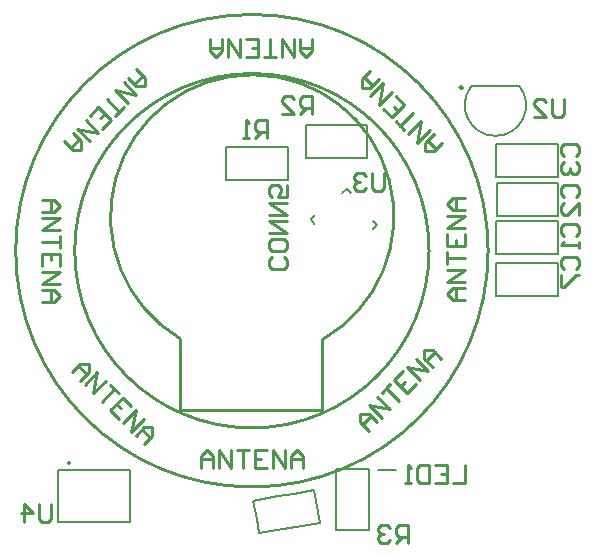
<source format=gbr>
G04 Layer_Color=32896*
%FSLAX44Y44*%
%MOMM*%
%TF.FileFunction,Legend,Bot*%
%TF.Part,Single*%
G01*
G75*
%ADD18C,0.2540*%
%ADD37C,0.2500*%
%ADD38C,0.2000*%
%ADD39C,0.1270*%
%ADD40C,0.2032*%
%ADD61C,0.1600*%
D18*
X321407Y175237D02*
G03*
X200286Y175898I-59995J103926D01*
G01*
X411150Y250190D02*
G03*
X411150Y250190I-150000J0D01*
G01*
X461150D02*
G03*
X461150Y250190I-200000J0D01*
G01*
X200660Y115260D02*
Y175260D01*
Y115260D02*
X320660D01*
Y175260D01*
X360210Y97790D02*
X353028Y104972D01*
Y112154D01*
X360210Y112154D01*
X367392Y104972D01*
X362006Y110358D01*
X354824Y103176D01*
X370983Y108563D02*
X360210Y119336D01*
X378165Y115745D01*
X367392Y126517D01*
X370983Y130108D02*
X378165Y137290D01*
X374574Y133699D01*
X385347Y122927D01*
X388937Y148063D02*
X381756Y140881D01*
X392528Y130108D01*
X399710Y137290D01*
X387142Y135495D02*
X390733Y139086D01*
X403301Y140881D02*
X392528Y151654D01*
X410483Y148063D01*
X399710Y158836D01*
X414074Y151654D02*
X406892Y158836D01*
Y166018D01*
X414074D01*
X421256Y158836D01*
X415870Y164222D01*
X408688Y157041D01*
X525780Y378455D02*
Y365759D01*
X523241Y363220D01*
X518162D01*
X515623Y365759D01*
Y378455D01*
X500388Y363220D02*
X510545D01*
X500388Y373377D01*
Y375916D01*
X502927Y378455D01*
X508006D01*
X510545Y375916D01*
X288286Y245107D02*
X290825Y242568D01*
Y237489D01*
X288286Y234950D01*
X278129D01*
X275590Y237489D01*
Y242568D01*
X278129Y245107D01*
X290825Y257803D02*
Y252724D01*
X288286Y250185D01*
X278129D01*
X275590Y252724D01*
Y257803D01*
X278129Y260342D01*
X288286D01*
X290825Y257803D01*
X275590Y265420D02*
X290825D01*
X275590Y275577D01*
X290825D01*
X275590Y280655D02*
X290825D01*
X275590Y290812D01*
X290825D01*
Y306047D02*
Y295890D01*
X283207D01*
X285747Y300969D01*
Y303508D01*
X283207Y306047D01*
X278129D01*
X275590Y303508D01*
Y298430D01*
X278129Y295890D01*
X525784Y234953D02*
X523245Y237493D01*
Y242571D01*
X525784Y245110D01*
X535941D01*
X538480Y242571D01*
Y237493D01*
X535941Y234953D01*
X523245Y229875D02*
Y219718D01*
X525784D01*
X535941Y229875D01*
X538480D01*
X393700Y2540D02*
Y17775D01*
X386082D01*
X383543Y15236D01*
Y10158D01*
X386082Y7618D01*
X393700D01*
X388622D02*
X383543Y2540D01*
X378465Y15236D02*
X375926Y17775D01*
X370847D01*
X368308Y15236D01*
Y12697D01*
X370847Y10158D01*
X373387D01*
X370847D01*
X368308Y7618D01*
Y5079D01*
X370847Y2540D01*
X375926D01*
X378465Y5079D01*
X441960Y68575D02*
Y53340D01*
X431803D01*
X416568Y68575D02*
X426725D01*
Y53340D01*
X416568D01*
X426725Y60957D02*
X421647D01*
X411490Y68575D02*
Y53340D01*
X403872D01*
X401333Y55879D01*
Y66036D01*
X403872Y68575D01*
X411490D01*
X396255Y53340D02*
X391176D01*
X393716D01*
Y68575D01*
X396255Y66036D01*
X525784Y262893D02*
X523245Y265432D01*
Y270511D01*
X525784Y273050D01*
X535941D01*
X538480Y270511D01*
Y265432D01*
X535941Y262893D01*
X538480Y257815D02*
Y252737D01*
Y255276D01*
X523245D01*
X525784Y257815D01*
Y295913D02*
X523245Y298452D01*
Y303531D01*
X525784Y306070D01*
X535941D01*
X538480Y303531D01*
Y298452D01*
X535941Y295913D01*
X538480Y280678D02*
Y290835D01*
X528323Y280678D01*
X525784D01*
X523245Y283217D01*
Y288296D01*
X525784Y290835D01*
Y330203D02*
X523245Y332743D01*
Y337821D01*
X525784Y340360D01*
X535941D01*
X538480Y337821D01*
Y332743D01*
X535941Y330203D01*
X525784Y325125D02*
X523245Y322586D01*
Y317507D01*
X525784Y314968D01*
X528323D01*
X530863Y317507D01*
Y320047D01*
Y317507D01*
X533402Y314968D01*
X535941D01*
X538480Y317507D01*
Y322586D01*
X535941Y325125D01*
X274320Y345440D02*
Y360675D01*
X266702D01*
X264163Y358136D01*
Y353058D01*
X266702Y350518D01*
X274320D01*
X269242D02*
X264163Y345440D01*
X259085D02*
X254007D01*
X256546D01*
Y360675D01*
X259085Y358136D01*
X312420Y365760D02*
Y380995D01*
X304802D01*
X302263Y378456D01*
Y373377D01*
X304802Y370838D01*
X312420D01*
X307342D02*
X302263Y365760D01*
X287028D02*
X297185D01*
X287028Y375917D01*
Y378456D01*
X289567Y380995D01*
X294646D01*
X297185Y378456D01*
X373380Y316225D02*
Y303529D01*
X370841Y300990D01*
X365762D01*
X363223Y303529D01*
Y316225D01*
X358145Y313686D02*
X355606Y316225D01*
X350527D01*
X347988Y313686D01*
Y311147D01*
X350527Y308608D01*
X353067D01*
X350527D01*
X347988Y306068D01*
Y303529D01*
X350527Y300990D01*
X355606D01*
X358145Y303529D01*
X91440Y35555D02*
Y22859D01*
X88901Y20320D01*
X83822D01*
X81283Y22859D01*
Y35555D01*
X68587Y20320D02*
Y35555D01*
X76205Y27938D01*
X66048D01*
X422440Y341630D02*
X415258Y334448D01*
X408076D01*
X408076Y341630D01*
X415258Y348812D01*
X409872Y343425D01*
X417054Y336244D01*
X411667Y352403D02*
X400894Y341630D01*
X404485Y359585D01*
X393713Y348812D01*
X390121Y352403D02*
X382940Y359585D01*
X386531Y355994D01*
X397303Y366767D01*
X372167Y370358D02*
X379349Y363176D01*
X390121Y373949D01*
X382940Y381130D01*
X384735Y368562D02*
X381144Y372153D01*
X379349Y384721D02*
X368576Y373949D01*
X372167Y391903D01*
X361394Y381130D01*
X368576Y395494D02*
X361394Y388312D01*
X354212D01*
Y395494D01*
X361394Y402676D01*
X356008Y397290D01*
X363190Y390108D01*
X108750Y147320D02*
X115932Y154502D01*
X123114D01*
X123114Y147320D01*
X115932Y140138D01*
X121318Y145525D01*
X114136Y152706D01*
X119523Y136547D02*
X130296Y147320D01*
X126705Y129365D01*
X137478Y140138D01*
X141068Y136547D02*
X148250Y129365D01*
X144659Y132956D01*
X133887Y122183D01*
X159023Y118593D02*
X151841Y125774D01*
X141068Y115001D01*
X148250Y107820D01*
X146455Y120388D02*
X150046Y116797D01*
X151841Y104229D02*
X162614Y115001D01*
X159023Y97047D01*
X169796Y107820D01*
X162614Y93456D02*
X169796Y100638D01*
X176978D01*
Y93456D01*
X169796Y86274D01*
X175182Y91660D01*
X168001Y98842D01*
X163360Y403860D02*
X170542Y396678D01*
Y389496D01*
X163360Y389496D01*
X156178Y396678D01*
X161565Y391292D01*
X168746Y398474D01*
X152587Y393087D02*
X163360Y382314D01*
X145405Y385905D01*
X156178Y375132D01*
X152587Y371541D02*
X145405Y364360D01*
X148996Y367951D01*
X138223Y378723D01*
X134633Y353587D02*
X141814Y360769D01*
X131041Y371541D01*
X123860Y364360D01*
X136428Y366155D02*
X132837Y362564D01*
X120269Y360769D02*
X131041Y349996D01*
X113087Y353587D01*
X123860Y342814D01*
X109496Y349996D02*
X116678Y342814D01*
Y335632D01*
X109496D01*
X102314Y342814D01*
X107700Y337428D01*
X114882Y344609D01*
X83350Y293370D02*
X93507D01*
X98585Y288292D01*
X93507Y283213D01*
X83350D01*
X90968D01*
Y293370D01*
X83350Y278135D02*
X98585D01*
X83350Y267978D01*
X98585D01*
Y262900D02*
Y252743D01*
Y257822D01*
X83350D01*
X98585Y237508D02*
Y247665D01*
X83350D01*
Y237508D01*
X90968Y247665D02*
Y242586D01*
X83350Y232430D02*
X98585D01*
X83350Y222273D01*
X98585D01*
X83350Y217195D02*
X93507D01*
X98585Y212116D01*
X93507Y207038D01*
X83350D01*
X90968D01*
Y217195D01*
X441490Y208280D02*
X431333D01*
X426255Y213358D01*
X431333Y218437D01*
X441490D01*
X433872D01*
Y208280D01*
X441490Y223515D02*
X426255D01*
X441490Y233672D01*
X426255D01*
Y238750D02*
Y248907D01*
Y243829D01*
X441490D01*
X426255Y264142D02*
Y253985D01*
X441490D01*
Y264142D01*
X433872Y253985D02*
Y259064D01*
X441490Y269220D02*
X426255D01*
X441490Y279377D01*
X426255D01*
X441490Y284455D02*
X431333D01*
X426255Y289534D01*
X431333Y294612D01*
X441490D01*
X433872D01*
Y284455D01*
X217970Y66040D02*
Y76197D01*
X223048Y81275D01*
X228127Y76197D01*
Y66040D01*
Y73657D01*
X217970D01*
X233205Y66040D02*
Y81275D01*
X243362Y66040D01*
Y81275D01*
X248440D02*
X258597D01*
X253519D01*
Y66040D01*
X273832Y81275D02*
X263675D01*
Y66040D01*
X273832D01*
X263675Y73657D02*
X268754D01*
X278910Y66040D02*
Y81275D01*
X289067Y66040D01*
Y81275D01*
X294145Y66040D02*
Y76197D01*
X299224Y81275D01*
X304302Y76197D01*
Y66040D01*
Y73657D01*
X294145D01*
X311950Y429260D02*
Y419103D01*
X306872Y414025D01*
X301793Y419103D01*
Y429260D01*
Y421642D01*
X311950D01*
X296715Y429260D02*
Y414025D01*
X286558Y429260D01*
Y414025D01*
X281480D02*
X271323D01*
X276402D01*
Y429260D01*
X256088Y414025D02*
X266245D01*
Y429260D01*
X256088D01*
X266245Y421642D02*
X261166D01*
X251010Y429260D02*
Y414025D01*
X240853Y429260D01*
Y414025D01*
X235775Y429260D02*
Y419103D01*
X230696Y414025D01*
X225618Y419103D01*
Y429260D01*
Y421642D01*
X235775D01*
D37*
X439610Y388180D02*
G03*
X439610Y388180I-1250J0D01*
G01*
D38*
X446872Y389387D02*
G03*
X487848Y389387I20488J-16007D01*
G01*
X107438Y70452D02*
G03*
X107438Y70452I-1000J0D01*
G01*
X446872Y389380D02*
X487849D01*
X262324Y38482D02*
X265102Y22725D01*
X283005Y42129D02*
X296792Y44560D01*
X313534Y47512D02*
X318396Y19937D01*
X267186Y10908D02*
X318396Y19937D01*
X265102Y22725D02*
X267186Y10908D01*
X262324Y38482D02*
X283005Y42129D01*
X300731Y45255D02*
X313534Y47512D01*
X296792Y44560D02*
X300731Y45255D01*
X360240Y26370D02*
Y30370D01*
Y13370D02*
Y26370D01*
Y44370D02*
Y65370D01*
X332240D02*
X344240D01*
X332240Y13370D02*
Y65370D01*
Y13370D02*
X360240D01*
Y30370D02*
Y44370D01*
X344240Y65370D02*
X360240D01*
X319740Y328900D02*
X323740D01*
X306740D02*
X319740D01*
X337740D02*
X358740D01*
Y344900D02*
Y356900D01*
X306740D02*
X358740D01*
X306740Y328900D02*
Y356900D01*
X323740Y328900D02*
X337740D01*
X358740D02*
Y344900D01*
X274431Y337849D02*
X278431D01*
X291430D01*
X239431D02*
X260431Y337850D01*
X239431Y309849D02*
Y321849D01*
Y309849D02*
X291430D01*
Y337849D01*
X260431Y337850D02*
X274431Y337849D01*
X239431Y321849D02*
Y337849D01*
X481030Y212060D02*
X485030D01*
X468030D02*
X481030D01*
X499030D02*
X520030D01*
Y228060D02*
Y240060D01*
X468030D02*
X520030D01*
X468030Y212060D02*
Y240060D01*
X485030Y212060D02*
X499030D01*
X520030D02*
Y228060D01*
X468060Y259620D02*
Y275620D01*
X489060D02*
X503060D01*
X520060Y247620D02*
Y275620D01*
X468060Y247620D02*
X520060D01*
X468060D02*
Y259620D01*
Y275620D02*
X489060D01*
X507060D02*
X520060D01*
X503060D02*
X507060D01*
X468630Y291340D02*
Y307340D01*
X489630D02*
X503630D01*
X520630Y279340D02*
Y307340D01*
X468630Y279340D02*
X520630D01*
X468630D02*
Y291340D01*
Y307340D02*
X489630D01*
X507630D02*
X520630D01*
X503630D02*
X507630D01*
X468030Y324390D02*
Y340390D01*
X489030D02*
X503030D01*
X520030Y312390D02*
Y340390D01*
X468030Y312390D02*
X520030D01*
X468030D02*
Y324390D01*
Y340390D02*
X489030D01*
X507030D02*
X520030D01*
X503030D02*
X507030D01*
D39*
X97030Y64130D02*
X158030D01*
X97030Y20230D02*
Y64130D01*
Y20230D02*
X158030D01*
Y64130D01*
D40*
X310914Y276785D02*
X314127Y272955D01*
X310914Y276785D02*
X314744Y279999D01*
X337725Y299283D02*
X341555Y302497D01*
X344769Y298666D01*
X364053Y275685D02*
X367267Y271855D01*
X363437Y268641D02*
X367267Y271855D01*
D61*
X368310Y64828D02*
X383310D01*
%TF.MD5,160F17740F01754B779B48283D125D15*%
M02*

</source>
